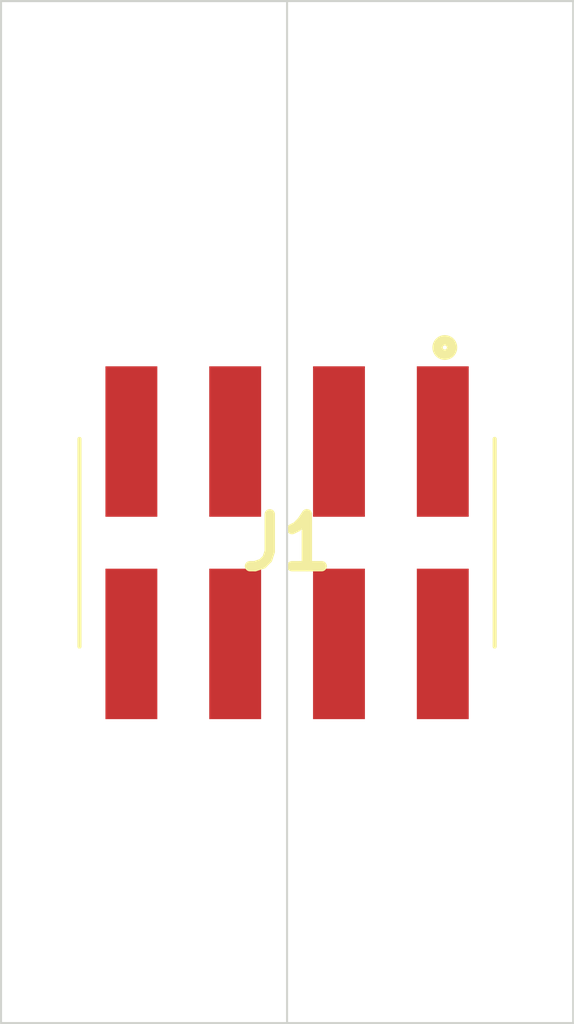
<source format=kicad_pcb>
(kicad_pcb (version 20211014) (generator pcbnew)
  (layers (0 "F.Cu" signal) (31 "B.Cu" signal) (34 "B.Paste" user) (35 "F.Paste" user) (36 "B.SilkS" user "B.Silkscreen") (37 "F.SilkS" user "F.Silkscreen") (38 "B.Mask" user) (39 "F.Mask" user) (44 "Edge.Cuts" user))
  (net 0 "")
  (net 1 "GND")
  (footprint "SamacSys_Parts:TSM-104-YY-ZZZ-DV-P-TR" (layer "F.Cu") (at 145 88.25)
    (fp_text reference "J1" (at 0 0) (layer "F.SilkS") (effects (font (size 1.27 1.27) (thickness 0.254))))
    (fp_text value "TSM-104-02-S-DV-P-TR" hide)
    (fp_line (start -5.08 2.54) (end -5.08 -2.54) (layer "F.SilkS") (width 0.1))
    (fp_line (start 5.08 -2.54) (end 5.08 2.54) (layer "F.SilkS") (width 0.1))
    (fp_circle (center 3.86 -4.775) (end 3.81 -4.775) (layer "F.SilkS") (width 0.254) (fill none))
    (pad "1" smd rect locked (at 3.81 -2.475) (size 1.27 3.68) (layers "F.Cu" "F.Paste" "F.Mask"))
    (pad "2" smd rect locked (at 3.81 2.475) (size 1.27 3.68) (layers "F.Cu" "F.Paste" "F.Mask") (net 1 "GND"))
    (pad "3" smd rect locked (at 1.27 -2.475) (size 1.27 3.68) (layers "F.Cu" "F.Paste" "F.Mask"))
    (pad "4" smd rect locked (at 1.27 2.475) (size 1.27 3.68) (layers "F.Cu" "F.Paste" "F.Mask") (net 1 "GND"))
    (pad "5" smd rect locked (at -1.27 -2.475) (size 1.27 3.68) (layers "F.Cu" "F.Paste" "F.Mask") (net 1 "GND"))
    (pad "6" smd rect locked (at -1.27 2.475) (size 1.27 3.68) (layers "F.Cu" "F.Paste" "F.Mask") (net 1 "GND"))
    (pad "7" smd rect locked (at -3.81 -2.475) (size 1.27 3.68) (layers "F.Cu" "F.Paste" "F.Mask"))
    (pad "8" smd rect locked (at -3.81 2.475) (size 1.27 3.68) (layers "F.Cu" "F.Paste" "F.Mask") (net 1 "GND"))
  )
  (gr_rect (start 152 100) (end 138 100) (layer "Edge.Cuts") (width 0.05) (fill none))
  (gr_line (start 145 100) (end 145 75) (layer "Edge.Cuts") (width 0.05))
  (gr_line (start 138 75) (end 145 75) (layer "Edge.Cuts") (width 0.05))
  (gr_rect (start 138 75) (end 152 100) (layer "Edge.Cuts") (width 0.05) (fill none))
  (gr_rect (start 138 75) (end 152 75) (layer "Edge.Cuts") (width 0.05) (fill none))
)
</source>
